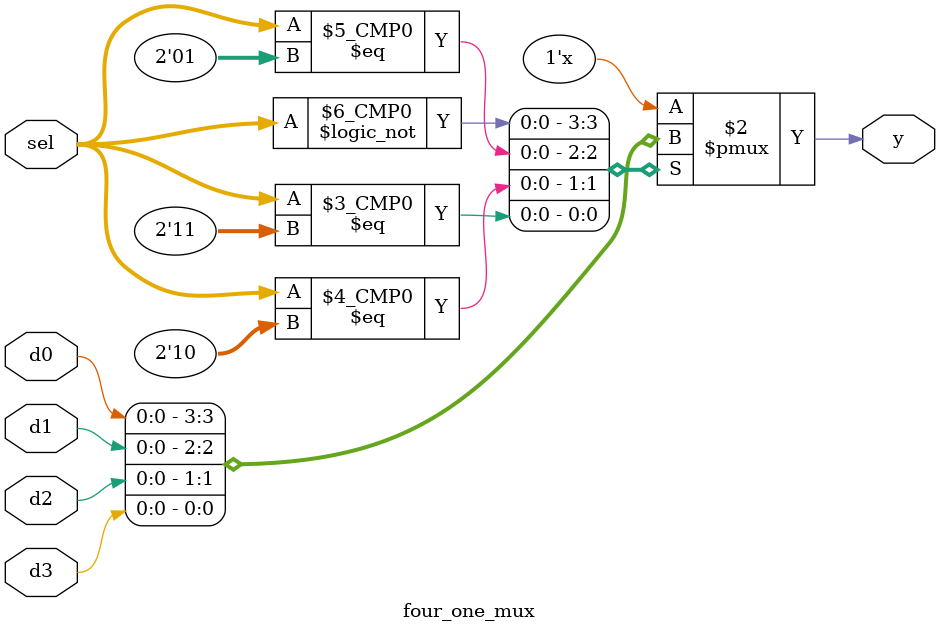
<source format=v>
`timescale 1ns / 1ps


module four_one_mux(
    input d0,d1,d2,d3,
    output reg y,
    input [1:0] sel
    );
    
    always@(*)
    begin
    case(sel)
    2'b00: y=d0;
    2'b01: y=d1;
    2'b10: y=d2;
    2'b11: y=d3;
    endcase
    end
endmodule

</source>
